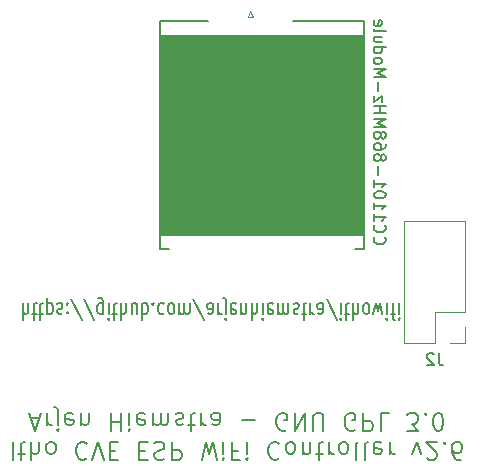
<source format=gbo>
G04 #@! TF.GenerationSoftware,KiCad,Pcbnew,(5.1.9-0-10_14)*
G04 #@! TF.CreationDate,2021-04-14T10:29:31+02:00*
G04 #@! TF.ProjectId,ithowifi_4l,6974686f-7769-4666-995f-346c2e6b6963,rev?*
G04 #@! TF.SameCoordinates,Original*
G04 #@! TF.FileFunction,Legend,Bot*
G04 #@! TF.FilePolarity,Positive*
%FSLAX46Y46*%
G04 Gerber Fmt 4.6, Leading zero omitted, Abs format (unit mm)*
G04 Created by KiCad (PCBNEW (5.1.9-0-10_14)) date 2021-04-14 10:29:31*
%MOMM*%
%LPD*%
G01*
G04 APERTURE LIST*
%ADD10C,0.100000*%
%ADD11C,0.200000*%
%ADD12C,0.120000*%
%ADD13C,0.150000*%
G04 APERTURE END LIST*
D10*
G36*
X114808000Y-129997200D02*
G01*
X97561400Y-129997200D01*
X97536000Y-113030000D01*
X114808000Y-113030000D01*
X114808000Y-129997200D01*
G37*
X114808000Y-129997200D02*
X97561400Y-129997200D01*
X97536000Y-113030000D01*
X114808000Y-113030000D01*
X114808000Y-129997200D01*
D11*
X85925428Y-135764666D02*
X85925428Y-137164666D01*
X86354000Y-135764666D02*
X86354000Y-136498000D01*
X86306380Y-136631333D01*
X86211142Y-136698000D01*
X86068285Y-136698000D01*
X85973047Y-136631333D01*
X85925428Y-136564666D01*
X86687333Y-136698000D02*
X87068285Y-136698000D01*
X86830190Y-137164666D02*
X86830190Y-135964666D01*
X86877809Y-135831333D01*
X86973047Y-135764666D01*
X87068285Y-135764666D01*
X87258761Y-136698000D02*
X87639714Y-136698000D01*
X87401619Y-137164666D02*
X87401619Y-135964666D01*
X87449238Y-135831333D01*
X87544476Y-135764666D01*
X87639714Y-135764666D01*
X87973047Y-136698000D02*
X87973047Y-135298000D01*
X87973047Y-136631333D02*
X88068285Y-136698000D01*
X88258761Y-136698000D01*
X88354000Y-136631333D01*
X88401619Y-136564666D01*
X88449238Y-136431333D01*
X88449238Y-136031333D01*
X88401619Y-135898000D01*
X88354000Y-135831333D01*
X88258761Y-135764666D01*
X88068285Y-135764666D01*
X87973047Y-135831333D01*
X88830190Y-135831333D02*
X88925428Y-135764666D01*
X89115904Y-135764666D01*
X89211142Y-135831333D01*
X89258761Y-135964666D01*
X89258761Y-136031333D01*
X89211142Y-136164666D01*
X89115904Y-136231333D01*
X88973047Y-136231333D01*
X88877809Y-136298000D01*
X88830190Y-136431333D01*
X88830190Y-136498000D01*
X88877809Y-136631333D01*
X88973047Y-136698000D01*
X89115904Y-136698000D01*
X89211142Y-136631333D01*
X89687333Y-135898000D02*
X89734952Y-135831333D01*
X89687333Y-135764666D01*
X89639714Y-135831333D01*
X89687333Y-135898000D01*
X89687333Y-135764666D01*
X89687333Y-136631333D02*
X89734952Y-136564666D01*
X89687333Y-136498000D01*
X89639714Y-136564666D01*
X89687333Y-136631333D01*
X89687333Y-136498000D01*
X90877809Y-137231333D02*
X90020666Y-135431333D01*
X91925428Y-137231333D02*
X91068285Y-135431333D01*
X92687333Y-136698000D02*
X92687333Y-135564666D01*
X92639714Y-135431333D01*
X92592095Y-135364666D01*
X92496857Y-135298000D01*
X92354000Y-135298000D01*
X92258761Y-135364666D01*
X92687333Y-135831333D02*
X92592095Y-135764666D01*
X92401619Y-135764666D01*
X92306380Y-135831333D01*
X92258761Y-135898000D01*
X92211142Y-136031333D01*
X92211142Y-136431333D01*
X92258761Y-136564666D01*
X92306380Y-136631333D01*
X92401619Y-136698000D01*
X92592095Y-136698000D01*
X92687333Y-136631333D01*
X93163523Y-135764666D02*
X93163523Y-136698000D01*
X93163523Y-137164666D02*
X93115904Y-137098000D01*
X93163523Y-137031333D01*
X93211142Y-137098000D01*
X93163523Y-137164666D01*
X93163523Y-137031333D01*
X93496857Y-136698000D02*
X93877809Y-136698000D01*
X93639714Y-137164666D02*
X93639714Y-135964666D01*
X93687333Y-135831333D01*
X93782571Y-135764666D01*
X93877809Y-135764666D01*
X94211142Y-135764666D02*
X94211142Y-137164666D01*
X94639714Y-135764666D02*
X94639714Y-136498000D01*
X94592095Y-136631333D01*
X94496857Y-136698000D01*
X94354000Y-136698000D01*
X94258761Y-136631333D01*
X94211142Y-136564666D01*
X95544476Y-136698000D02*
X95544476Y-135764666D01*
X95115904Y-136698000D02*
X95115904Y-135964666D01*
X95163523Y-135831333D01*
X95258761Y-135764666D01*
X95401619Y-135764666D01*
X95496857Y-135831333D01*
X95544476Y-135898000D01*
X96020666Y-135764666D02*
X96020666Y-137164666D01*
X96020666Y-136631333D02*
X96115904Y-136698000D01*
X96306380Y-136698000D01*
X96401619Y-136631333D01*
X96449238Y-136564666D01*
X96496857Y-136431333D01*
X96496857Y-136031333D01*
X96449238Y-135898000D01*
X96401619Y-135831333D01*
X96306380Y-135764666D01*
X96115904Y-135764666D01*
X96020666Y-135831333D01*
X96925428Y-135898000D02*
X96973047Y-135831333D01*
X96925428Y-135764666D01*
X96877809Y-135831333D01*
X96925428Y-135898000D01*
X96925428Y-135764666D01*
X97830190Y-135831333D02*
X97734952Y-135764666D01*
X97544476Y-135764666D01*
X97449238Y-135831333D01*
X97401619Y-135898000D01*
X97354000Y-136031333D01*
X97354000Y-136431333D01*
X97401619Y-136564666D01*
X97449238Y-136631333D01*
X97544476Y-136698000D01*
X97734952Y-136698000D01*
X97830190Y-136631333D01*
X98401619Y-135764666D02*
X98306380Y-135831333D01*
X98258761Y-135898000D01*
X98211142Y-136031333D01*
X98211142Y-136431333D01*
X98258761Y-136564666D01*
X98306380Y-136631333D01*
X98401619Y-136698000D01*
X98544476Y-136698000D01*
X98639714Y-136631333D01*
X98687333Y-136564666D01*
X98734952Y-136431333D01*
X98734952Y-136031333D01*
X98687333Y-135898000D01*
X98639714Y-135831333D01*
X98544476Y-135764666D01*
X98401619Y-135764666D01*
X99163523Y-135764666D02*
X99163523Y-136698000D01*
X99163523Y-136564666D02*
X99211142Y-136631333D01*
X99306380Y-136698000D01*
X99449238Y-136698000D01*
X99544476Y-136631333D01*
X99592095Y-136498000D01*
X99592095Y-135764666D01*
X99592095Y-136498000D02*
X99639714Y-136631333D01*
X99734952Y-136698000D01*
X99877809Y-136698000D01*
X99973047Y-136631333D01*
X100020666Y-136498000D01*
X100020666Y-135764666D01*
X101211142Y-137231333D02*
X100354000Y-135431333D01*
X101973047Y-135764666D02*
X101973047Y-136498000D01*
X101925428Y-136631333D01*
X101830190Y-136698000D01*
X101639714Y-136698000D01*
X101544476Y-136631333D01*
X101973047Y-135831333D02*
X101877809Y-135764666D01*
X101639714Y-135764666D01*
X101544476Y-135831333D01*
X101496857Y-135964666D01*
X101496857Y-136098000D01*
X101544476Y-136231333D01*
X101639714Y-136298000D01*
X101877809Y-136298000D01*
X101973047Y-136364666D01*
X102449238Y-135764666D02*
X102449238Y-136698000D01*
X102449238Y-136431333D02*
X102496857Y-136564666D01*
X102544476Y-136631333D01*
X102639714Y-136698000D01*
X102734952Y-136698000D01*
X103068285Y-136698000D02*
X103068285Y-135498000D01*
X103020666Y-135364666D01*
X102925428Y-135298000D01*
X102877809Y-135298000D01*
X103068285Y-137164666D02*
X103020666Y-137098000D01*
X103068285Y-137031333D01*
X103115904Y-137098000D01*
X103068285Y-137164666D01*
X103068285Y-137031333D01*
X103925428Y-135831333D02*
X103830190Y-135764666D01*
X103639714Y-135764666D01*
X103544476Y-135831333D01*
X103496857Y-135964666D01*
X103496857Y-136498000D01*
X103544476Y-136631333D01*
X103639714Y-136698000D01*
X103830190Y-136698000D01*
X103925428Y-136631333D01*
X103973047Y-136498000D01*
X103973047Y-136364666D01*
X103496857Y-136231333D01*
X104401619Y-136698000D02*
X104401619Y-135764666D01*
X104401619Y-136564666D02*
X104449238Y-136631333D01*
X104544476Y-136698000D01*
X104687333Y-136698000D01*
X104782571Y-136631333D01*
X104830190Y-136498000D01*
X104830190Y-135764666D01*
X105306380Y-135764666D02*
X105306380Y-137164666D01*
X105734952Y-135764666D02*
X105734952Y-136498000D01*
X105687333Y-136631333D01*
X105592095Y-136698000D01*
X105449238Y-136698000D01*
X105354000Y-136631333D01*
X105306380Y-136564666D01*
X106211142Y-135764666D02*
X106211142Y-136698000D01*
X106211142Y-137164666D02*
X106163523Y-137098000D01*
X106211142Y-137031333D01*
X106258761Y-137098000D01*
X106211142Y-137164666D01*
X106211142Y-137031333D01*
X107068285Y-135831333D02*
X106973047Y-135764666D01*
X106782571Y-135764666D01*
X106687333Y-135831333D01*
X106639714Y-135964666D01*
X106639714Y-136498000D01*
X106687333Y-136631333D01*
X106782571Y-136698000D01*
X106973047Y-136698000D01*
X107068285Y-136631333D01*
X107115904Y-136498000D01*
X107115904Y-136364666D01*
X106639714Y-136231333D01*
X107544476Y-135764666D02*
X107544476Y-136698000D01*
X107544476Y-136564666D02*
X107592095Y-136631333D01*
X107687333Y-136698000D01*
X107830190Y-136698000D01*
X107925428Y-136631333D01*
X107973047Y-136498000D01*
X107973047Y-135764666D01*
X107973047Y-136498000D02*
X108020666Y-136631333D01*
X108115904Y-136698000D01*
X108258761Y-136698000D01*
X108353999Y-136631333D01*
X108401619Y-136498000D01*
X108401619Y-135764666D01*
X108830190Y-135831333D02*
X108925428Y-135764666D01*
X109115904Y-135764666D01*
X109211142Y-135831333D01*
X109258761Y-135964666D01*
X109258761Y-136031333D01*
X109211142Y-136164666D01*
X109115904Y-136231333D01*
X108973047Y-136231333D01*
X108877809Y-136298000D01*
X108830190Y-136431333D01*
X108830190Y-136498000D01*
X108877809Y-136631333D01*
X108973047Y-136698000D01*
X109115904Y-136698000D01*
X109211142Y-136631333D01*
X109544476Y-136698000D02*
X109925428Y-136698000D01*
X109687333Y-137164666D02*
X109687333Y-135964666D01*
X109734952Y-135831333D01*
X109830190Y-135764666D01*
X109925428Y-135764666D01*
X110258761Y-135764666D02*
X110258761Y-136698000D01*
X110258761Y-136431333D02*
X110306380Y-136564666D01*
X110353999Y-136631333D01*
X110449238Y-136698000D01*
X110544476Y-136698000D01*
X111306380Y-135764666D02*
X111306380Y-136498000D01*
X111258761Y-136631333D01*
X111163523Y-136698000D01*
X110973047Y-136698000D01*
X110877809Y-136631333D01*
X111306380Y-135831333D02*
X111211142Y-135764666D01*
X110973047Y-135764666D01*
X110877809Y-135831333D01*
X110830190Y-135964666D01*
X110830190Y-136098000D01*
X110877809Y-136231333D01*
X110973047Y-136298000D01*
X111211142Y-136298000D01*
X111306380Y-136364666D01*
X112496857Y-137231333D02*
X111639714Y-135431333D01*
X112830190Y-135764666D02*
X112830190Y-136698000D01*
X112830190Y-137164666D02*
X112782571Y-137098000D01*
X112830190Y-137031333D01*
X112877809Y-137098000D01*
X112830190Y-137164666D01*
X112830190Y-137031333D01*
X113163523Y-136698000D02*
X113544476Y-136698000D01*
X113306380Y-137164666D02*
X113306380Y-135964666D01*
X113353999Y-135831333D01*
X113449238Y-135764666D01*
X113544476Y-135764666D01*
X113877809Y-135764666D02*
X113877809Y-137164666D01*
X114306380Y-135764666D02*
X114306380Y-136498000D01*
X114258761Y-136631333D01*
X114163523Y-136698000D01*
X114020666Y-136698000D01*
X113925428Y-136631333D01*
X113877809Y-136564666D01*
X114925428Y-135764666D02*
X114830190Y-135831333D01*
X114782571Y-135898000D01*
X114734952Y-136031333D01*
X114734952Y-136431333D01*
X114782571Y-136564666D01*
X114830190Y-136631333D01*
X114925428Y-136698000D01*
X115068285Y-136698000D01*
X115163523Y-136631333D01*
X115211142Y-136564666D01*
X115258761Y-136431333D01*
X115258761Y-136031333D01*
X115211142Y-135898000D01*
X115163523Y-135831333D01*
X115068285Y-135764666D01*
X114925428Y-135764666D01*
X115592095Y-136698000D02*
X115782571Y-135764666D01*
X115973047Y-136431333D01*
X116163523Y-135764666D01*
X116353999Y-136698000D01*
X116734952Y-135764666D02*
X116734952Y-136698000D01*
X116734952Y-137164666D02*
X116687333Y-137098000D01*
X116734952Y-137031333D01*
X116782571Y-137098000D01*
X116734952Y-137164666D01*
X116734952Y-137031333D01*
X117068285Y-136698000D02*
X117449238Y-136698000D01*
X117211142Y-135764666D02*
X117211142Y-136964666D01*
X117258761Y-137098000D01*
X117353999Y-137164666D01*
X117449238Y-137164666D01*
X117782571Y-135764666D02*
X117782571Y-136698000D01*
X117782571Y-137164666D02*
X117734952Y-137098000D01*
X117782571Y-137031333D01*
X117830190Y-137098000D01*
X117782571Y-137164666D01*
X117782571Y-137031333D01*
X85038400Y-147510828D02*
X85038400Y-149010828D01*
X85538400Y-148510828D02*
X86109828Y-148510828D01*
X85752685Y-149010828D02*
X85752685Y-147725114D01*
X85824114Y-147582257D01*
X85966971Y-147510828D01*
X86109828Y-147510828D01*
X86609828Y-147510828D02*
X86609828Y-149010828D01*
X87252685Y-147510828D02*
X87252685Y-148296542D01*
X87181257Y-148439400D01*
X87038400Y-148510828D01*
X86824114Y-148510828D01*
X86681257Y-148439400D01*
X86609828Y-148367971D01*
X88181257Y-147510828D02*
X88038400Y-147582257D01*
X87966971Y-147653685D01*
X87895542Y-147796542D01*
X87895542Y-148225114D01*
X87966971Y-148367971D01*
X88038400Y-148439400D01*
X88181257Y-148510828D01*
X88395542Y-148510828D01*
X88538400Y-148439400D01*
X88609828Y-148367971D01*
X88681257Y-148225114D01*
X88681257Y-147796542D01*
X88609828Y-147653685D01*
X88538400Y-147582257D01*
X88395542Y-147510828D01*
X88181257Y-147510828D01*
X91324114Y-147653685D02*
X91252685Y-147582257D01*
X91038400Y-147510828D01*
X90895542Y-147510828D01*
X90681257Y-147582257D01*
X90538400Y-147725114D01*
X90466971Y-147867971D01*
X90395542Y-148153685D01*
X90395542Y-148367971D01*
X90466971Y-148653685D01*
X90538400Y-148796542D01*
X90681257Y-148939400D01*
X90895542Y-149010828D01*
X91038400Y-149010828D01*
X91252685Y-148939400D01*
X91324114Y-148867971D01*
X91752685Y-149010828D02*
X92252685Y-147510828D01*
X92752685Y-149010828D01*
X93252685Y-148296542D02*
X93752685Y-148296542D01*
X93966971Y-147510828D02*
X93252685Y-147510828D01*
X93252685Y-149010828D01*
X93966971Y-149010828D01*
X95752685Y-148296542D02*
X96252685Y-148296542D01*
X96466971Y-147510828D02*
X95752685Y-147510828D01*
X95752685Y-149010828D01*
X96466971Y-149010828D01*
X97038400Y-147582257D02*
X97252685Y-147510828D01*
X97609828Y-147510828D01*
X97752685Y-147582257D01*
X97824114Y-147653685D01*
X97895542Y-147796542D01*
X97895542Y-147939400D01*
X97824114Y-148082257D01*
X97752685Y-148153685D01*
X97609828Y-148225114D01*
X97324114Y-148296542D01*
X97181257Y-148367971D01*
X97109828Y-148439400D01*
X97038400Y-148582257D01*
X97038400Y-148725114D01*
X97109828Y-148867971D01*
X97181257Y-148939400D01*
X97324114Y-149010828D01*
X97681257Y-149010828D01*
X97895542Y-148939400D01*
X98538400Y-147510828D02*
X98538400Y-149010828D01*
X99109828Y-149010828D01*
X99252685Y-148939400D01*
X99324114Y-148867971D01*
X99395542Y-148725114D01*
X99395542Y-148510828D01*
X99324114Y-148367971D01*
X99252685Y-148296542D01*
X99109828Y-148225114D01*
X98538400Y-148225114D01*
X101038400Y-149010828D02*
X101395542Y-147510828D01*
X101681257Y-148582257D01*
X101966971Y-147510828D01*
X102324114Y-149010828D01*
X102895542Y-147510828D02*
X102895542Y-148510828D01*
X102895542Y-149010828D02*
X102824114Y-148939400D01*
X102895542Y-148867971D01*
X102966971Y-148939400D01*
X102895542Y-149010828D01*
X102895542Y-148867971D01*
X104109828Y-148296542D02*
X103609828Y-148296542D01*
X103609828Y-147510828D02*
X103609828Y-149010828D01*
X104324114Y-149010828D01*
X104895542Y-147510828D02*
X104895542Y-148510828D01*
X104895542Y-149010828D02*
X104824114Y-148939400D01*
X104895542Y-148867971D01*
X104966971Y-148939400D01*
X104895542Y-149010828D01*
X104895542Y-148867971D01*
X107609828Y-147653685D02*
X107538400Y-147582257D01*
X107324114Y-147510828D01*
X107181257Y-147510828D01*
X106966971Y-147582257D01*
X106824114Y-147725114D01*
X106752685Y-147867971D01*
X106681257Y-148153685D01*
X106681257Y-148367971D01*
X106752685Y-148653685D01*
X106824114Y-148796542D01*
X106966971Y-148939400D01*
X107181257Y-149010828D01*
X107324114Y-149010828D01*
X107538400Y-148939400D01*
X107609828Y-148867971D01*
X108466971Y-147510828D02*
X108324114Y-147582257D01*
X108252685Y-147653685D01*
X108181257Y-147796542D01*
X108181257Y-148225114D01*
X108252685Y-148367971D01*
X108324114Y-148439400D01*
X108466971Y-148510828D01*
X108681257Y-148510828D01*
X108824114Y-148439400D01*
X108895542Y-148367971D01*
X108966971Y-148225114D01*
X108966971Y-147796542D01*
X108895542Y-147653685D01*
X108824114Y-147582257D01*
X108681257Y-147510828D01*
X108466971Y-147510828D01*
X109609828Y-148510828D02*
X109609828Y-147510828D01*
X109609828Y-148367971D02*
X109681257Y-148439400D01*
X109824114Y-148510828D01*
X110038400Y-148510828D01*
X110181257Y-148439400D01*
X110252685Y-148296542D01*
X110252685Y-147510828D01*
X110752685Y-148510828D02*
X111324114Y-148510828D01*
X110966971Y-149010828D02*
X110966971Y-147725114D01*
X111038400Y-147582257D01*
X111181257Y-147510828D01*
X111324114Y-147510828D01*
X111824114Y-147510828D02*
X111824114Y-148510828D01*
X111824114Y-148225114D02*
X111895542Y-148367971D01*
X111966971Y-148439400D01*
X112109828Y-148510828D01*
X112252685Y-148510828D01*
X112966971Y-147510828D02*
X112824114Y-147582257D01*
X112752685Y-147653685D01*
X112681257Y-147796542D01*
X112681257Y-148225114D01*
X112752685Y-148367971D01*
X112824114Y-148439400D01*
X112966971Y-148510828D01*
X113181257Y-148510828D01*
X113324114Y-148439400D01*
X113395542Y-148367971D01*
X113466971Y-148225114D01*
X113466971Y-147796542D01*
X113395542Y-147653685D01*
X113324114Y-147582257D01*
X113181257Y-147510828D01*
X112966971Y-147510828D01*
X114324114Y-147510828D02*
X114181257Y-147582257D01*
X114109828Y-147725114D01*
X114109828Y-149010828D01*
X115109828Y-147510828D02*
X114966971Y-147582257D01*
X114895542Y-147725114D01*
X114895542Y-149010828D01*
X116252685Y-147582257D02*
X116109828Y-147510828D01*
X115824114Y-147510828D01*
X115681257Y-147582257D01*
X115609828Y-147725114D01*
X115609828Y-148296542D01*
X115681257Y-148439400D01*
X115824114Y-148510828D01*
X116109828Y-148510828D01*
X116252685Y-148439400D01*
X116324114Y-148296542D01*
X116324114Y-148153685D01*
X115609828Y-148010828D01*
X116966971Y-147510828D02*
X116966971Y-148510828D01*
X116966971Y-148225114D02*
X117038400Y-148367971D01*
X117109828Y-148439400D01*
X117252685Y-148510828D01*
X117395542Y-148510828D01*
X118895542Y-148510828D02*
X119252685Y-147510828D01*
X119609828Y-148510828D01*
X120109828Y-148867971D02*
X120181257Y-148939400D01*
X120324114Y-149010828D01*
X120681257Y-149010828D01*
X120824114Y-148939400D01*
X120895542Y-148867971D01*
X120966971Y-148725114D01*
X120966971Y-148582257D01*
X120895542Y-148367971D01*
X120038400Y-147510828D01*
X120966971Y-147510828D01*
X121609828Y-147653685D02*
X121681257Y-147582257D01*
X121609828Y-147510828D01*
X121538400Y-147582257D01*
X121609828Y-147653685D01*
X121609828Y-147510828D01*
X122966971Y-149010828D02*
X122681257Y-149010828D01*
X122538400Y-148939400D01*
X122466971Y-148867971D01*
X122324114Y-148653685D01*
X122252685Y-148367971D01*
X122252685Y-147796542D01*
X122324114Y-147653685D01*
X122395542Y-147582257D01*
X122538400Y-147510828D01*
X122824114Y-147510828D01*
X122966971Y-147582257D01*
X123038400Y-147653685D01*
X123109828Y-147796542D01*
X123109828Y-148153685D01*
X123038400Y-148296542D01*
X122966971Y-148367971D01*
X122824114Y-148439400D01*
X122538400Y-148439400D01*
X122395542Y-148367971D01*
X122324114Y-148296542D01*
X122252685Y-148153685D01*
X86574114Y-145489400D02*
X87288400Y-145489400D01*
X86431257Y-145060828D02*
X86931257Y-146560828D01*
X87431257Y-145060828D01*
X87931257Y-145060828D02*
X87931257Y-146060828D01*
X87931257Y-145775114D02*
X88002685Y-145917971D01*
X88074114Y-145989400D01*
X88216971Y-146060828D01*
X88359828Y-146060828D01*
X88859828Y-146060828D02*
X88859828Y-144775114D01*
X88788400Y-144632257D01*
X88645542Y-144560828D01*
X88574114Y-144560828D01*
X88859828Y-146560828D02*
X88788400Y-146489400D01*
X88859828Y-146417971D01*
X88931257Y-146489400D01*
X88859828Y-146560828D01*
X88859828Y-146417971D01*
X90145542Y-145132257D02*
X90002685Y-145060828D01*
X89716971Y-145060828D01*
X89574114Y-145132257D01*
X89502685Y-145275114D01*
X89502685Y-145846542D01*
X89574114Y-145989400D01*
X89716971Y-146060828D01*
X90002685Y-146060828D01*
X90145542Y-145989400D01*
X90216971Y-145846542D01*
X90216971Y-145703685D01*
X89502685Y-145560828D01*
X90859828Y-146060828D02*
X90859828Y-145060828D01*
X90859828Y-145917971D02*
X90931257Y-145989400D01*
X91074114Y-146060828D01*
X91288400Y-146060828D01*
X91431257Y-145989400D01*
X91502685Y-145846542D01*
X91502685Y-145060828D01*
X93359828Y-145060828D02*
X93359828Y-146560828D01*
X93359828Y-145846542D02*
X94216971Y-145846542D01*
X94216971Y-145060828D02*
X94216971Y-146560828D01*
X94931257Y-145060828D02*
X94931257Y-146060828D01*
X94931257Y-146560828D02*
X94859828Y-146489400D01*
X94931257Y-146417971D01*
X95002685Y-146489400D01*
X94931257Y-146560828D01*
X94931257Y-146417971D01*
X96216971Y-145132257D02*
X96074114Y-145060828D01*
X95788400Y-145060828D01*
X95645542Y-145132257D01*
X95574114Y-145275114D01*
X95574114Y-145846542D01*
X95645542Y-145989400D01*
X95788400Y-146060828D01*
X96074114Y-146060828D01*
X96216971Y-145989400D01*
X96288400Y-145846542D01*
X96288400Y-145703685D01*
X95574114Y-145560828D01*
X96931257Y-145060828D02*
X96931257Y-146060828D01*
X96931257Y-145917971D02*
X97002685Y-145989400D01*
X97145542Y-146060828D01*
X97359828Y-146060828D01*
X97502685Y-145989400D01*
X97574114Y-145846542D01*
X97574114Y-145060828D01*
X97574114Y-145846542D02*
X97645542Y-145989400D01*
X97788400Y-146060828D01*
X98002685Y-146060828D01*
X98145542Y-145989400D01*
X98216971Y-145846542D01*
X98216971Y-145060828D01*
X98859828Y-145132257D02*
X99002685Y-145060828D01*
X99288400Y-145060828D01*
X99431257Y-145132257D01*
X99502685Y-145275114D01*
X99502685Y-145346542D01*
X99431257Y-145489400D01*
X99288400Y-145560828D01*
X99074114Y-145560828D01*
X98931257Y-145632257D01*
X98859828Y-145775114D01*
X98859828Y-145846542D01*
X98931257Y-145989400D01*
X99074114Y-146060828D01*
X99288400Y-146060828D01*
X99431257Y-145989400D01*
X99931257Y-146060828D02*
X100502685Y-146060828D01*
X100145542Y-146560828D02*
X100145542Y-145275114D01*
X100216971Y-145132257D01*
X100359828Y-145060828D01*
X100502685Y-145060828D01*
X101002685Y-145060828D02*
X101002685Y-146060828D01*
X101002685Y-145775114D02*
X101074114Y-145917971D01*
X101145542Y-145989400D01*
X101288400Y-146060828D01*
X101431257Y-146060828D01*
X102574114Y-145060828D02*
X102574114Y-145846542D01*
X102502685Y-145989400D01*
X102359828Y-146060828D01*
X102074114Y-146060828D01*
X101931257Y-145989400D01*
X102574114Y-145132257D02*
X102431257Y-145060828D01*
X102074114Y-145060828D01*
X101931257Y-145132257D01*
X101859828Y-145275114D01*
X101859828Y-145417971D01*
X101931257Y-145560828D01*
X102074114Y-145632257D01*
X102431257Y-145632257D01*
X102574114Y-145703685D01*
X104431257Y-145632257D02*
X105574114Y-145632257D01*
X108216971Y-146489400D02*
X108074114Y-146560828D01*
X107859828Y-146560828D01*
X107645542Y-146489400D01*
X107502685Y-146346542D01*
X107431257Y-146203685D01*
X107359828Y-145917971D01*
X107359828Y-145703685D01*
X107431257Y-145417971D01*
X107502685Y-145275114D01*
X107645542Y-145132257D01*
X107859828Y-145060828D01*
X108002685Y-145060828D01*
X108216971Y-145132257D01*
X108288400Y-145203685D01*
X108288400Y-145703685D01*
X108002685Y-145703685D01*
X108931257Y-145060828D02*
X108931257Y-146560828D01*
X109788400Y-145060828D01*
X109788400Y-146560828D01*
X110502685Y-146560828D02*
X110502685Y-145346542D01*
X110574114Y-145203685D01*
X110645542Y-145132257D01*
X110788400Y-145060828D01*
X111074114Y-145060828D01*
X111216971Y-145132257D01*
X111288400Y-145203685D01*
X111359828Y-145346542D01*
X111359828Y-146560828D01*
X114002685Y-146489400D02*
X113859828Y-146560828D01*
X113645542Y-146560828D01*
X113431257Y-146489400D01*
X113288400Y-146346542D01*
X113216971Y-146203685D01*
X113145542Y-145917971D01*
X113145542Y-145703685D01*
X113216971Y-145417971D01*
X113288400Y-145275114D01*
X113431257Y-145132257D01*
X113645542Y-145060828D01*
X113788400Y-145060828D01*
X114002685Y-145132257D01*
X114074114Y-145203685D01*
X114074114Y-145703685D01*
X113788400Y-145703685D01*
X114716971Y-145060828D02*
X114716971Y-146560828D01*
X115288400Y-146560828D01*
X115431257Y-146489400D01*
X115502685Y-146417971D01*
X115574114Y-146275114D01*
X115574114Y-146060828D01*
X115502685Y-145917971D01*
X115431257Y-145846542D01*
X115288400Y-145775114D01*
X114716971Y-145775114D01*
X116931257Y-145060828D02*
X116216971Y-145060828D01*
X116216971Y-146560828D01*
X118431257Y-146560828D02*
X119359828Y-146560828D01*
X118859828Y-145989400D01*
X119074114Y-145989400D01*
X119216971Y-145917971D01*
X119288400Y-145846542D01*
X119359828Y-145703685D01*
X119359828Y-145346542D01*
X119288400Y-145203685D01*
X119216971Y-145132257D01*
X119074114Y-145060828D01*
X118645542Y-145060828D01*
X118502685Y-145132257D01*
X118431257Y-145203685D01*
X120002685Y-145203685D02*
X120074114Y-145132257D01*
X120002685Y-145060828D01*
X119931257Y-145132257D01*
X120002685Y-145203685D01*
X120002685Y-145060828D01*
X121002685Y-146560828D02*
X121145542Y-146560828D01*
X121288400Y-146489400D01*
X121359828Y-146417971D01*
X121431257Y-146275114D01*
X121502685Y-145989400D01*
X121502685Y-145632257D01*
X121431257Y-145346542D01*
X121359828Y-145203685D01*
X121288400Y-145132257D01*
X121145542Y-145060828D01*
X121002685Y-145060828D01*
X120859828Y-145132257D01*
X120788400Y-145203685D01*
X120716971Y-145346542D01*
X120645542Y-145632257D01*
X120645542Y-145989400D01*
X120716971Y-146275114D01*
X120788400Y-146417971D01*
X120859828Y-146489400D01*
X121002685Y-146560828D01*
D12*
X105181400Y-111058400D02*
X105431400Y-111558400D01*
X105431400Y-111558400D02*
X104931400Y-111558400D01*
X104931400Y-111558400D02*
X105181400Y-111058400D01*
D13*
X114072000Y-131189000D02*
X114822000Y-131189000D01*
X97522000Y-131189000D02*
X98272000Y-131189000D01*
X97522000Y-111889000D02*
X97522000Y-131189000D01*
X101547000Y-111889000D02*
X97522000Y-111889000D01*
X114822000Y-111889000D02*
X108797000Y-111889000D01*
X114822000Y-131189000D02*
X114822000Y-111889000D01*
D12*
X122047000Y-139125000D02*
X123377000Y-139125000D01*
X123377000Y-139125000D02*
X123377000Y-137795000D01*
X120777000Y-139125000D02*
X120777000Y-136525000D01*
X120777000Y-136525000D02*
X123377000Y-136525000D01*
X123377000Y-136525000D02*
X123377000Y-128845000D01*
X118177000Y-128845000D02*
X123377000Y-128845000D01*
X118177000Y-139125000D02*
X118177000Y-128845000D01*
X118177000Y-139125000D02*
X120777000Y-139125000D01*
D13*
X115720857Y-130165952D02*
X115673238Y-130213571D01*
X115625619Y-130356428D01*
X115625619Y-130451666D01*
X115673238Y-130594523D01*
X115768476Y-130689761D01*
X115863714Y-130737380D01*
X116054190Y-130785000D01*
X116197047Y-130785000D01*
X116387523Y-130737380D01*
X116482761Y-130689761D01*
X116578000Y-130594523D01*
X116625619Y-130451666D01*
X116625619Y-130356428D01*
X116578000Y-130213571D01*
X116530380Y-130165952D01*
X115720857Y-129165952D02*
X115673238Y-129213571D01*
X115625619Y-129356428D01*
X115625619Y-129451666D01*
X115673238Y-129594523D01*
X115768476Y-129689761D01*
X115863714Y-129737380D01*
X116054190Y-129785000D01*
X116197047Y-129785000D01*
X116387523Y-129737380D01*
X116482761Y-129689761D01*
X116578000Y-129594523D01*
X116625619Y-129451666D01*
X116625619Y-129356428D01*
X116578000Y-129213571D01*
X116530380Y-129165952D01*
X115625619Y-128213571D02*
X115625619Y-128785000D01*
X115625619Y-128499285D02*
X116625619Y-128499285D01*
X116482761Y-128594523D01*
X116387523Y-128689761D01*
X116339904Y-128785000D01*
X115625619Y-127261190D02*
X115625619Y-127832619D01*
X115625619Y-127546904D02*
X116625619Y-127546904D01*
X116482761Y-127642142D01*
X116387523Y-127737380D01*
X116339904Y-127832619D01*
X116625619Y-126642142D02*
X116625619Y-126546904D01*
X116578000Y-126451666D01*
X116530380Y-126404047D01*
X116435142Y-126356428D01*
X116244666Y-126308809D01*
X116006571Y-126308809D01*
X115816095Y-126356428D01*
X115720857Y-126404047D01*
X115673238Y-126451666D01*
X115625619Y-126546904D01*
X115625619Y-126642142D01*
X115673238Y-126737380D01*
X115720857Y-126785000D01*
X115816095Y-126832619D01*
X116006571Y-126880238D01*
X116244666Y-126880238D01*
X116435142Y-126832619D01*
X116530380Y-126785000D01*
X116578000Y-126737380D01*
X116625619Y-126642142D01*
X115625619Y-125356428D02*
X115625619Y-125927857D01*
X115625619Y-125642142D02*
X116625619Y-125642142D01*
X116482761Y-125737380D01*
X116387523Y-125832619D01*
X116339904Y-125927857D01*
X116006571Y-124927857D02*
X116006571Y-124165952D01*
X116197047Y-123546904D02*
X116244666Y-123642142D01*
X116292285Y-123689761D01*
X116387523Y-123737380D01*
X116435142Y-123737380D01*
X116530380Y-123689761D01*
X116578000Y-123642142D01*
X116625619Y-123546904D01*
X116625619Y-123356428D01*
X116578000Y-123261190D01*
X116530380Y-123213571D01*
X116435142Y-123165952D01*
X116387523Y-123165952D01*
X116292285Y-123213571D01*
X116244666Y-123261190D01*
X116197047Y-123356428D01*
X116197047Y-123546904D01*
X116149428Y-123642142D01*
X116101809Y-123689761D01*
X116006571Y-123737380D01*
X115816095Y-123737380D01*
X115720857Y-123689761D01*
X115673238Y-123642142D01*
X115625619Y-123546904D01*
X115625619Y-123356428D01*
X115673238Y-123261190D01*
X115720857Y-123213571D01*
X115816095Y-123165952D01*
X116006571Y-123165952D01*
X116101809Y-123213571D01*
X116149428Y-123261190D01*
X116197047Y-123356428D01*
X116625619Y-122308809D02*
X116625619Y-122499285D01*
X116578000Y-122594523D01*
X116530380Y-122642142D01*
X116387523Y-122737380D01*
X116197047Y-122785000D01*
X115816095Y-122785000D01*
X115720857Y-122737380D01*
X115673238Y-122689761D01*
X115625619Y-122594523D01*
X115625619Y-122404047D01*
X115673238Y-122308809D01*
X115720857Y-122261190D01*
X115816095Y-122213571D01*
X116054190Y-122213571D01*
X116149428Y-122261190D01*
X116197047Y-122308809D01*
X116244666Y-122404047D01*
X116244666Y-122594523D01*
X116197047Y-122689761D01*
X116149428Y-122737380D01*
X116054190Y-122785000D01*
X116197047Y-121642142D02*
X116244666Y-121737380D01*
X116292285Y-121785000D01*
X116387523Y-121832619D01*
X116435142Y-121832619D01*
X116530380Y-121785000D01*
X116578000Y-121737380D01*
X116625619Y-121642142D01*
X116625619Y-121451666D01*
X116578000Y-121356428D01*
X116530380Y-121308809D01*
X116435142Y-121261190D01*
X116387523Y-121261190D01*
X116292285Y-121308809D01*
X116244666Y-121356428D01*
X116197047Y-121451666D01*
X116197047Y-121642142D01*
X116149428Y-121737380D01*
X116101809Y-121785000D01*
X116006571Y-121832619D01*
X115816095Y-121832619D01*
X115720857Y-121785000D01*
X115673238Y-121737380D01*
X115625619Y-121642142D01*
X115625619Y-121451666D01*
X115673238Y-121356428D01*
X115720857Y-121308809D01*
X115816095Y-121261190D01*
X116006571Y-121261190D01*
X116101809Y-121308809D01*
X116149428Y-121356428D01*
X116197047Y-121451666D01*
X115625619Y-120832619D02*
X116625619Y-120832619D01*
X115911333Y-120499285D01*
X116625619Y-120165952D01*
X115625619Y-120165952D01*
X115625619Y-119689761D02*
X116625619Y-119689761D01*
X116149428Y-119689761D02*
X116149428Y-119118333D01*
X115625619Y-119118333D02*
X116625619Y-119118333D01*
X116292285Y-118737380D02*
X116292285Y-118213571D01*
X115625619Y-118737380D01*
X115625619Y-118213571D01*
X116006571Y-117832619D02*
X116006571Y-117070714D01*
X115625619Y-116594523D02*
X116625619Y-116594523D01*
X115911333Y-116261190D01*
X116625619Y-115927857D01*
X115625619Y-115927857D01*
X115625619Y-115308809D02*
X115673238Y-115404047D01*
X115720857Y-115451666D01*
X115816095Y-115499285D01*
X116101809Y-115499285D01*
X116197047Y-115451666D01*
X116244666Y-115404047D01*
X116292285Y-115308809D01*
X116292285Y-115165952D01*
X116244666Y-115070714D01*
X116197047Y-115023095D01*
X116101809Y-114975476D01*
X115816095Y-114975476D01*
X115720857Y-115023095D01*
X115673238Y-115070714D01*
X115625619Y-115165952D01*
X115625619Y-115308809D01*
X115625619Y-114118333D02*
X116625619Y-114118333D01*
X115673238Y-114118333D02*
X115625619Y-114213571D01*
X115625619Y-114404047D01*
X115673238Y-114499285D01*
X115720857Y-114546904D01*
X115816095Y-114594523D01*
X116101809Y-114594523D01*
X116197047Y-114546904D01*
X116244666Y-114499285D01*
X116292285Y-114404047D01*
X116292285Y-114213571D01*
X116244666Y-114118333D01*
X116292285Y-113213571D02*
X115625619Y-113213571D01*
X116292285Y-113642142D02*
X115768476Y-113642142D01*
X115673238Y-113594523D01*
X115625619Y-113499285D01*
X115625619Y-113356428D01*
X115673238Y-113261190D01*
X115720857Y-113213571D01*
X115625619Y-112594523D02*
X115673238Y-112689761D01*
X115768476Y-112737380D01*
X116625619Y-112737380D01*
X115673238Y-111832619D02*
X115625619Y-111927857D01*
X115625619Y-112118333D01*
X115673238Y-112213571D01*
X115768476Y-112261190D01*
X116149428Y-112261190D01*
X116244666Y-112213571D01*
X116292285Y-112118333D01*
X116292285Y-111927857D01*
X116244666Y-111832619D01*
X116149428Y-111785000D01*
X116054190Y-111785000D01*
X115958952Y-112261190D01*
X121110333Y-140017380D02*
X121110333Y-140731666D01*
X121157952Y-140874523D01*
X121253190Y-140969761D01*
X121396047Y-141017380D01*
X121491285Y-141017380D01*
X120681761Y-140112619D02*
X120634142Y-140065000D01*
X120538904Y-140017380D01*
X120300809Y-140017380D01*
X120205571Y-140065000D01*
X120157952Y-140112619D01*
X120110333Y-140207857D01*
X120110333Y-140303095D01*
X120157952Y-140445952D01*
X120729380Y-141017380D01*
X120110333Y-141017380D01*
M02*

</source>
